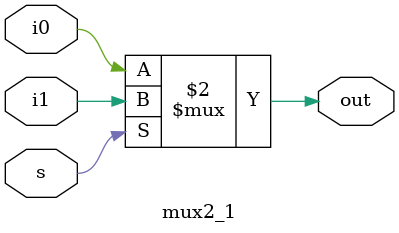
<source format=v>
module mux2_1(
  input i0,
  input i1,
  input s,
  output out);

assign out = (~s)?i0:i1;

endmodule

</source>
